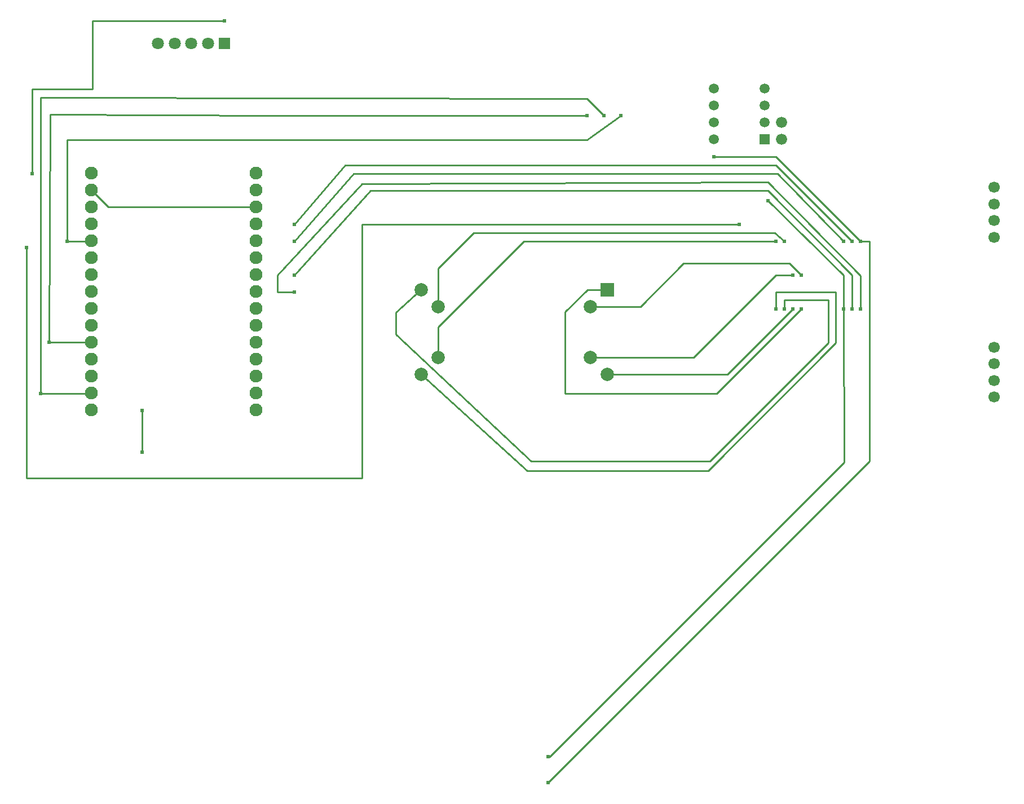
<source format=gbl>
G04 Layer: BottomLayer*
G04 EasyEDA v6.5.22, 2022-11-14 19:57:00*
G04 f0da57bd03cf490fa7de3f553d211417,61aeb1a5dc08497992730370c491a1bd,10*
G04 Gerber Generator version 0.2*
G04 Scale: 100 percent, Rotated: No, Reflected: No *
G04 Dimensions in millimeters *
G04 leading zeros omitted , absolute positions ,4 integer and 5 decimal *
%FSLAX45Y45*%
%MOMM*%

%AMMACRO1*21,1,$1,$2,0,0,$3*%
%ADD10C,0.2540*%
%ADD11C,2.0000*%
%ADD12MACRO1,2X2X0.0000*%
%ADD13C,1.9304*%
%ADD14C,1.7000*%
%ADD15R,1.5000X1.5000*%
%ADD16C,1.5000*%
%ADD17C,1.6764*%
%ADD18C,1.8000*%
%ADD19R,1.8000X1.8000*%
%ADD20C,0.6096*%

%LPD*%
D10*
X-3876979Y1278991D02*
G01*
X-6099987Y1278991D01*
X-6353987Y1532991D01*
X-6353987Y770991D02*
G01*
X-6362979Y762000D01*
X-6718300Y762000D01*
X1600200Y2654300D02*
G01*
X1092200Y2286000D01*
X-6718300Y2286000D01*
X-6718300Y762000D01*
X5194300Y762000D02*
G01*
X3924300Y2032000D01*
X2997200Y2032000D01*
X5067300Y762000D02*
G01*
X3924300Y1905000D01*
X-2540000Y1905000D01*
X-3302000Y1016000D01*
X4940300Y762000D02*
G01*
X3949700Y1778000D01*
X-2413000Y1778000D01*
X-3302000Y762000D01*
X5067300Y-254000D02*
G01*
X5067300Y254000D01*
X3810000Y1524000D01*
X-2159000Y1524000D01*
X-3302000Y254000D01*
X4940300Y-254000D02*
G01*
X4940300Y254000D01*
X3810000Y1371600D01*
X-5588000Y-1778000D02*
G01*
X-5588000Y-2400300D01*
X-6355079Y-1515008D02*
G01*
X-6362979Y-1524000D01*
X-7112000Y-1524000D01*
X-7112000Y-1524000D02*
G01*
X-7112000Y2921000D01*
X1092200Y2908300D01*
X1346200Y2654300D01*
X-6985000Y-749300D02*
G01*
X-6981291Y-753008D01*
X-6353987Y-753008D01*
X-6985000Y-749300D02*
G01*
X-6972300Y2667000D01*
X-3581400Y2654300D01*
X1092200Y2654300D01*
X5194300Y-254000D02*
G01*
X5191759Y251460D01*
X3810000Y1651000D01*
X-2286000Y1625600D01*
X-3556000Y254000D01*
X-3556000Y0D01*
X-3302000Y0D01*
X3378200Y1016000D02*
G01*
X-2286000Y1016000D01*
X-2286000Y-2794000D01*
X-7327900Y-2794000D01*
X-7327900Y673100D01*
X-4356100Y4076700D02*
G01*
X-6337300Y4076700D01*
X-6337300Y3048000D01*
X-7239000Y3048000D01*
X-7239000Y1778000D01*
X5194300Y762000D02*
G01*
X5334000Y762000D01*
X5334000Y-2540000D01*
X508000Y-7366000D01*
X4940300Y-254000D02*
G01*
X4953000Y-2552700D01*
X533400Y-6972300D01*
X508000Y-6972300D01*
X3924300Y-254000D02*
G01*
X3924300Y0D01*
X4826000Y0D01*
X4826000Y-762000D01*
X2908300Y-2679700D01*
X190500Y-2679700D01*
X-1397000Y-1235963D01*
X4051300Y-254000D02*
G01*
X4051300Y-114300D01*
X4711700Y-114300D01*
X4711700Y-762000D01*
X2933700Y-2540000D01*
X254000Y-2540000D01*
X-1778000Y-635000D01*
X-1778000Y-304800D01*
X-1409700Y36068D01*
X-1397000Y36068D01*
X4178300Y-254000D02*
G01*
X3196310Y-1235989D01*
X1397000Y-1235989D01*
X4305300Y-254000D02*
G01*
X3035300Y-1524000D01*
X762000Y-1524000D01*
X762000Y-292100D01*
X1094231Y36068D01*
X1397000Y36068D01*
X3924300Y762000D02*
G01*
X3708400Y762000D01*
X139700Y762000D01*
X-1143000Y-520700D01*
X-1143000Y-980947D01*
X4051300Y762000D02*
G01*
X3911600Y889000D01*
X-609600Y889000D01*
X-1143000Y355600D01*
X-1143000Y-218947D01*
X4178300Y254000D02*
G01*
X3924300Y254000D01*
X2692400Y-977900D01*
X1146098Y-977900D01*
X1143000Y-980998D01*
X4305300Y254000D02*
G01*
X4127500Y431800D01*
X2540000Y431800D01*
X1892300Y-215900D01*
X1146098Y-215900D01*
X1143000Y-218998D01*
D11*
G01*
X1143000Y-218998D03*
G01*
X-1143000Y-218998D03*
G01*
X1397000Y-1235989D03*
D12*
G01*
X1397000Y35991D03*
D11*
G01*
X1143000Y-980998D03*
G01*
X-1397000Y-1235989D03*
G01*
X-1397000Y35991D03*
G01*
X-1143000Y-980998D03*
D13*
G01*
X-6353987Y1786991D03*
G01*
X-6353987Y1532991D03*
G01*
X-6353987Y1278991D03*
G01*
X-6353987Y1024991D03*
G01*
X-6353987Y770991D03*
G01*
X-6353987Y516991D03*
G01*
X-6353987Y262991D03*
G01*
X-6353987Y8991D03*
G01*
X-6353987Y-245008D03*
G01*
X-6353987Y-499008D03*
G01*
X-6353987Y-753008D03*
G01*
X-6353987Y-1007008D03*
G01*
X-6353987Y-1261008D03*
G01*
X-6353987Y-1515008D03*
G01*
X-6353987Y-1769008D03*
G01*
X-3876979Y1786991D03*
G01*
X-3876979Y1532991D03*
G01*
X-3876979Y1278991D03*
G01*
X-3876979Y1024991D03*
G01*
X-3876979Y770991D03*
G01*
X-3876979Y516991D03*
G01*
X-3876979Y262991D03*
G01*
X-3876979Y8991D03*
G01*
X-3876979Y-245008D03*
G01*
X-3876979Y-499008D03*
G01*
X-3876979Y-753008D03*
G01*
X-3876979Y-1007008D03*
G01*
X-3876979Y-1261008D03*
G01*
X-3876979Y-1515008D03*
G01*
X-3876979Y-1769008D03*
D14*
G01*
X7199985Y1575003D03*
G01*
X7199985Y1324990D03*
G01*
X7199985Y1075004D03*
G01*
X7199985Y824992D03*
G01*
X7199985Y-824992D03*
G01*
X7199985Y-1075004D03*
G01*
X7199985Y-1324990D03*
G01*
X7199985Y-1575003D03*
D15*
G01*
X3759200Y2298700D03*
D16*
G01*
X3759200Y2552700D03*
G01*
X3759200Y2806700D03*
G01*
X3759200Y3060700D03*
G01*
X2997200Y2298700D03*
G01*
X2997200Y2552700D03*
G01*
X2997200Y2806700D03*
G01*
X2997200Y3060700D03*
D17*
G01*
X4013200Y2552700D03*
G01*
X4013200Y2298700D03*
D18*
G01*
X-4851400Y3733800D03*
G01*
X-4601413Y3733800D03*
D19*
G01*
X-4351401Y3733800D03*
D18*
G01*
X-5101412Y3733800D03*
G01*
X-5351398Y3733800D03*
D20*
G01*
X5067300Y-254000D03*
G01*
X5194300Y-254000D03*
G01*
X-3302000Y254000D03*
G01*
X-3302000Y0D03*
G01*
X-3302000Y762000D03*
G01*
X-3302000Y1016000D03*
G01*
X4940300Y762000D03*
G01*
X5067300Y762000D03*
G01*
X2997200Y2032000D03*
G01*
X5194300Y762000D03*
G01*
X3378200Y1016000D03*
G01*
X-7327900Y673100D03*
G01*
X1346200Y2654300D03*
G01*
X1092200Y2654300D03*
G01*
X1600200Y2654300D03*
G01*
X-6985000Y-749300D03*
G01*
X-7112000Y-1524000D03*
G01*
X-6718300Y762000D03*
G01*
X4940300Y-254000D03*
G01*
X508000Y-6972300D03*
G01*
X3810000Y1371600D03*
G01*
X-5588000Y-1778000D03*
G01*
X-5588000Y-2400300D03*
G01*
X-7239000Y1778000D03*
G01*
X-4356100Y4076700D03*
G01*
X4305300Y254000D03*
G01*
X4178300Y254000D03*
G01*
X4051300Y762000D03*
G01*
X3924300Y762000D03*
G01*
X508000Y-7366000D03*
G01*
X3924300Y-254000D03*
G01*
X4051300Y-254000D03*
G01*
X4178300Y-254000D03*
G01*
X4305300Y-254000D03*
M02*

</source>
